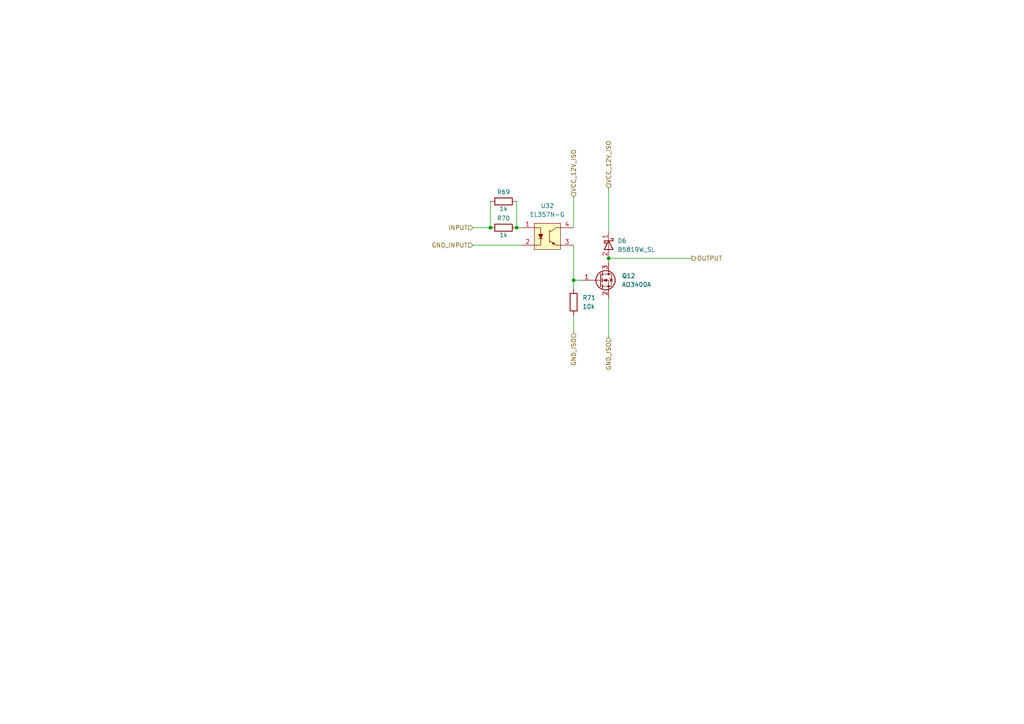
<source format=kicad_sch>
(kicad_sch (version 20211123) (generator eeschema)
  (paper "A4")
  (lib_symbols
    (symbol "Device:R" (pin_numbers hide) (pin_names (offset 0))
      (property "Reference" "R" (at 2.032 0 90))
      (property "Value" "R" (at 0 0 90))
      (symbol "R_0_1"
        (rectangle (start -1.016 -2.54) (end 1.016 2.54) (stroke (width 0.254)))
      )
      (symbol "R_1_1"
        (pin passive line (at 0 3.81 270) (length 1.27) (name "~") (number "1"))
        (pin passive line (at 0 -3.81 90) (length 1.27) (name "~") (number "2"))
      )
    )
    (symbol "PersonnalSymbolLibrary:B5819W_SL" (pin_names hide)
      (property "Reference" "D" (at 0 2.54 0))
      (property "Value" "B5819W_SL" (at 0 -2.54 0))
      (symbol "B5819W_SL_0_1"
        (polyline (pts (xy 1.27 0) (xy -1.27 0)))
        (polyline (pts (xy 1.27 1.27) (xy 1.27 -1.27) (xy -1.27 0) (xy 1.27 1.27)) (stroke (width 0.254)))
        (polyline (pts (xy -1.905 0.635) (xy -1.905 1.27) (xy -1.27 1.27) (xy -1.27 -1.27) (xy -0.635 -1.27) (xy -0.635 -0.635)) (stroke (width 0.254)))
      )
      (symbol "B5819W_SL_1_1"
        (pin passive line (at -3.81 0 0) (length 2.54) (name "K") (number "1"))
        (pin passive line (at 3.81 0 180) (length 2.54) (name "A") (number "2"))
      )
    )
    (symbol "PersonnalSymbolLibrary:EL357N-G"
      (property "Reference" "U" (at -1.27 7.62 0))
      (property "Value" "EL357N-G" (at 0 5.08 0))
      (symbol "EL357N-G_0_1"
        (rectangle (start -3.81 3.81) (end 3.81 -3.81) (fill (type background)))
        (polyline (pts (xy -2.54 -0.635) (xy -1.27 -0.635)))
        (polyline (pts (xy 0.635 1.905) (xy 0.635 -1.905)))
        (polyline (pts (xy -3.81 -2.54) (xy -1.905 -2.54) (xy -1.905 -0.635)))
        (polyline (pts (xy -3.81 2.54) (xy -1.905 2.54) (xy -1.905 0.635)))
        (polyline (pts (xy 0.635 -1.27) (xy 2.54 -2.54) (xy 3.81 -2.54)))
        (polyline (pts (xy 0.635 1.27) (xy 2.54 2.54) (xy 3.81 2.54)))
        (polyline (pts (xy -2.54 0.635) (xy -1.27 0.635) (xy -1.905 -0.635) (xy -2.54 0.635)) (fill (type outline)))
        (polyline (pts (xy 2.159 -2.286) (xy 1.778 -1.651) (xy 1.397 -2.159) (xy 2.159 -2.286)) (fill (type outline)))
      )
      (symbol "EL357N-G_1_1"
        (pin passive line (at -7.62 2.54 0) (length 3.81) (name "~") (number "1"))
        (pin passive line (at -7.62 -2.54 0) (length 3.81) (name "~") (number "2"))
        (pin passive line (at 7.62 -2.54 180) (length 3.81) (name "~") (number "3"))
        (pin passive line (at 7.62 2.54 180) (length 3.81) (name "~") (number "4"))
      )
    )
    (symbol "Transistor_FET:AO3400A" (pin_names hide)
      (property "Reference" "Q" (at 5.08 1.905 0))
      (property "Value" "AO3400A" (at 5.08 0 0))
      (symbol "AO3400A_0_1"
        (polyline (pts (xy 0.254 0) (xy -2.54 0)))
        (polyline (pts (xy 0.254 1.905) (xy 0.254 -1.905)) (stroke (width 0.254)))
        (polyline (pts (xy 0.762 -1.27) (xy 0.762 -2.286)) (stroke (width 0.254)))
        (polyline (pts (xy 0.762 0.508) (xy 0.762 -0.508)) (stroke (width 0.254)))
        (polyline (pts (xy 0.762 2.286) (xy 0.762 1.27)) (stroke (width 0.254)))
        (polyline (pts (xy 2.54 2.54) (xy 2.54 1.778)))
        (polyline (pts (xy 2.54 -2.54) (xy 2.54 0) (xy 0.762 0)))
        (polyline (pts (xy 0.762 -1.778) (xy 3.302 -1.778) (xy 3.302 1.778) (xy 0.762 1.778)))
        (polyline (pts (xy 1.016 0) (xy 2.032 0.381) (xy 2.032 -0.381) (xy 1.016 0)) (fill (type outline)))
        (polyline (pts (xy 2.794 0.508) (xy 2.921 0.381) (xy 3.683 0.381) (xy 3.81 0.254)))
        (polyline (pts (xy 3.302 0.381) (xy 2.921 -0.254) (xy 3.683 -0.254) (xy 3.302 0.381)))
        (circle (center 1.651 0) (radius 2.794) (stroke (width 0.254)))
        (circle (center 2.54 -1.778) (radius 0.254) (fill (type outline)))
        (circle (center 2.54 1.778) (radius 0.254) (fill (type outline)))
      )
      (symbol "AO3400A_1_1"
        (pin input line (at -5.08 0 0) (length 2.54) (name "G") (number "1"))
        (pin passive line (at 2.54 -5.08 90) (length 2.54) (name "S") (number "2"))
        (pin passive line (at 2.54 5.08 270) (length 2.54) (name "D") (number "3"))
      )
    )
  )
  (junction (at 176.53 74.93))
  (junction (at 142.24 66.04))
  (junction (at 149.86 66.04))
  (junction (at 166.37 81.28))
  (wire (pts (xy 149.86 58.42) (xy 149.86 66.04)))
  (wire (pts (xy 176.53 86.36) (xy 176.53 97.79)))
  (wire (pts (xy 176.53 74.93) (xy 176.53 76.2)))
  (wire (pts (xy 166.37 57.15) (xy 166.37 66.04)))
  (wire (pts (xy 166.37 83.82) (xy 166.37 81.28)))
  (wire (pts (xy 137.16 66.04) (xy 142.24 66.04)))
  (wire (pts (xy 166.37 81.28) (xy 168.91 81.28)))
  (wire (pts (xy 142.24 58.42) (xy 142.24 66.04)))
  (wire (pts (xy 149.86 66.04) (xy 151.13 66.04)))
  (wire (pts (xy 166.37 91.44) (xy 166.37 96.52)))
  (wire (pts (xy 137.16 71.12) (xy 151.13 71.12)))
  (wire (pts (xy 176.53 54.61) (xy 176.53 67.31)))
  (wire (pts (xy 176.53 74.93) (xy 200.66 74.93)))
  (wire (pts (xy 166.37 71.12) (xy 166.37 81.28)))
  (hierarchical_label "VCC_12V_ISO" (shape input) (at 166.37 57.15 90))
  (hierarchical_label "INPUT" (shape input) (at 137.16 66.04 180))
  (hierarchical_label "OUTPUT" (shape output) (at 200.66 74.93 0))
  (hierarchical_label "GND_INPUT" (shape input) (at 137.16 71.12 180))
  (hierarchical_label "VCC_12V_ISO" (shape input) (at 176.53 54.61 90))
  (hierarchical_label "GND_ISO" (shape input) (at 166.37 96.52 270))
  (hierarchical_label "GND_ISO" (shape input) (at 176.53 97.79 270))
  (symbol (lib_id "Device:R") (at 146.05 66.04 270) (unit 1)
    (property "Reference" "R70" (at 146.05 63.3222 90))
    (property "Value" "1k" (at 146.05 68.1736 90))
    (property "Footprint" "Resistor_SMD:R_1206_3216Metric" (effects hide))
    (property "LCSC" "C4410" (effects hide))
  )
  (symbol (lib_id "Device:R") (at 166.37 87.63 180) (unit 1)
    (property "Reference" "R71" (at 168.91 86.3599 0) (effects (justify right)))
    (property "Value" "10k" (at 168.91 88.8999 0) (effects (justify right)))
    (property "Footprint" "Resistor_SMD:R_0402_1005Metric_Pad0.72x0.64mm_HandSolder" (effects hide))
    (property "LCSC" "C25744" (effects hide))
  )
  (symbol (lib_id "Device:R") (at 146.05 58.42 270) (unit 1)
    (property "Reference" "R69" (at 146.05 55.7022 90))
    (property "Value" "1k" (at 146.05 60.5536 90))
    (property "Footprint" "Resistor_SMD:R_1206_3216Metric" (effects hide))
    (property "LCSC" "C4410" (effects hide))
  )
  (symbol (lib_id "PersonnalSymbolLibrary:B5819W_SL") (at 176.53 71.12 270) (unit 1)
    (property "Reference" "D6" (at 179.07 69.8499 90) (effects (justify left)))
    (property "Value" "B5819W_SL" (at 179.07 72.3899 90) (effects (justify left)))
    (property "Footprint" "Diode_SMD:D_SOD-123" (effects hide))
    (property "Datasheet" "https://datasheet.lcsc.com/lcsc/1809140216_Changjiang-Electronics-Tech--CJ-B5819W-SL_C8598.pdf" (effects hide))
    (property "LCSC" "C8598" (effects hide))
  )
  (symbol (lib_id "Transistor_FET:AO3400A") (at 173.99 81.28 0) (unit 1)
    (property "Reference" "Q12" (at 180.34 80.0099 0) (effects (justify left)))
    (property "Value" "AO3400A" (at 180.34 82.5499 0) (effects (justify left)))
    (property "Footprint" "Package_TO_SOT_SMD:SOT-23" (effects hide))
    (property "Datasheet" "http://www.aosmd.com/pdfs/datasheet/AO3400A.pdf" (effects hide))
    (property "LCSC" "C20917" (effects hide))
  )
  (symbol (lib_id "PersonnalSymbolLibrary:EL357N-G") (at 158.75 68.58 0) (unit 1)
    (property "Reference" "U32" (at 158.75 59.69 0))
    (property "Value" "EL357N-G" (at 158.75 62.23 0))
    (property "Footprint" "ELM357N-G:SOP254P700X200-4N" (effects hide))
    (property "LCSC" "C29981" (effects hide))
  )
)
</source>
